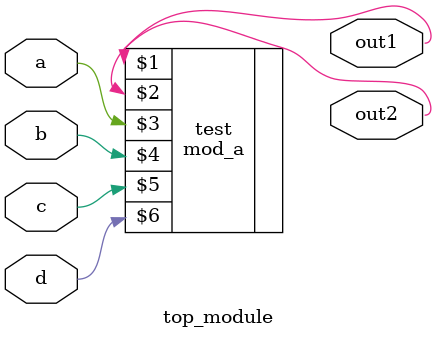
<source format=v>
module top_module ( 
    input a, 
    input b, 
    input c,
    input d,
    output out1,
    output out2
);
    mod_a test(out1,out2,a,b,c,d);
endmodule

</source>
